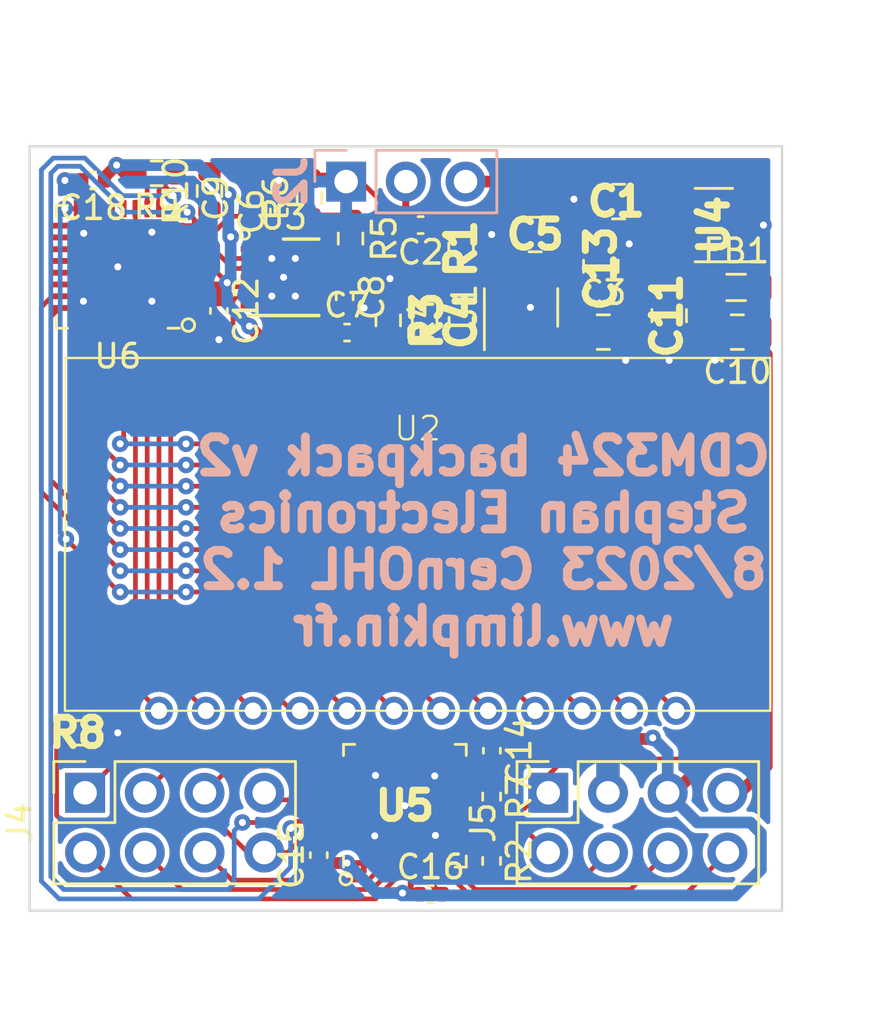
<source format=kicad_pcb>
(kicad_pcb (version 20221018) (generator pcbnew)
  (layers (0 "F.Cu" signal) (31 "B.Cu" signal) (34 "B.Paste" user) (35 "F.Paste" user) (36 "B.SilkS" user "B.Silkscreen") (37 "F.SilkS" user "F.Silkscreen") (38 "B.Mask" user) (39 "F.Mask" user) (44 "Edge.Cuts" user))
  (net 0 "")
  (net 1 "+5V")
  (net 2 "GND")
  (net 3 "VCC")
  (net 4 "Net-(C2-Pad1)")
  (net 5 "Net-(J2-Pin_2)")
  (net 6 "Net-(U1A-+)")
  (net 7 "Net-(C4-Pad1)")
  (net 8 "Net-(U1A--)")
  (net 9 "Net-(U3-CT)")
  (net 10 "Net-(U3-MICIN)")
  (net 11 "+3V3")
  (net 12 "/nRESET")
  (net 13 "/BOOT0")
  (net 14 "/USART2_BL_TX")
  (net 15 "/USART2_BL_RX")
  (net 16 "Net-(U3-BIAS)")
  (net 17 "Net-(U3-CG)")
  (net 18 "Net-(U3-MICBIAS)")
  (net 19 "Net-(U3-TH)")
  (net 20 "Net-(U5-PB0)")
  (net 21 "/DISP_COM1")
  (net 22 "/DISP_COM2")
  (net 23 "/DISP_COM3")
  (net 24 "/DISP_COM4")
  (net 25 "/DISP_5")
  (net 26 "/DISP_6")
  (net 27 "/DISP_7")
  (net 28 "/DISP_8")
  (net 29 "/DISP_9")
  (net 30 "/DISP_10")
  (net 31 "/DISP_11")
  (net 32 "/VOUT")
  (net 33 "/DISP_12")
  (net 43 "unconnected-(U5-PA14-Pad24)")
  (net 44 "/PA15")
  (net 45 "/PB3")
  (net 46 "/PB4")
  (net 47 "/PB5")
  (net 50 "/I2C1_SCL")
  (net 51 "/PF0")
  (net 52 "/I2C1_SDA")
  (net 53 "/PF1")
  (net 54 "Net-(J5-Pin_4)")
  (net 55 "/PA1")
  (net 56 "/PA0")
  (footprint "Capacitor_SMD:C_0805_2012Metric" (layer "F.Cu") (at 108.55 50.85 180)
    (fp_text reference "C1")
    (fp_text value "22uF")
  )
  (footprint "Capacitor_SMD:C_0805_2012Metric" (layer "F.Cu") (at 105 52.25 180)
    (fp_text reference "C5")
    (fp_text value "22uF")
  )
  (footprint "Capacitor_SMD:C_0402_1005Metric" (layer "F.Cu") (at 100.56 80.3)
    (fp_text reference "C16")
    (fp_text value "470nF")
  )
  (footprint "Capacitor_SMD:C_0402_1005Metric" (layer "F.Cu") (at 95.7975 78.6375 90)
    (fp_text reference "C15")
    (fp_text value "470nF")
  )
  (footprint "Resistor_SMD:R_0603_1608Metric" (layer "F.Cu") (at 85.5475 73.4375 180)
    (fp_text reference "R8")
    (fp_text value "4k7")
  )
  (footprint "Package_DFN_QFN:QFN-32-1EP_5x5mm_P0.5mm_EP3.45x3.45mm" (layer "F.Cu") (at 99.46 76.5375 90)
    (fp_text reference "U5")
    (fp_text value "STM32F301K8Ux")
  )
  (footprint "Capacitor_SMD:C_0805_2012Metric" (layer "F.Cu") (at 110.7 55.7 -90)
    (fp_text reference "C11")
    (fp_text value "22uF")
  )
  (footprint "Capacitor_SMD:C_0603_1608Metric" (layer "F.Cu") (at 101.85 55.9125 90)
    (fp_text reference "C4")
    (fp_text value "200p")
  )
  (footprint "Resistor_SMD:R_0603_1608Metric" (layer "F.Cu") (at 100.3 55.9125 90)
    (fp_text reference "R3")
    (fp_text value "130k")
  )
  (footprint "Resistor_SMD:R_0603_1608Metric" (layer "F.Cu") (at 101.85 52.85 90)
    (fp_text reference "R1")
    (fp_text value "4k7")
  )
  (footprint "Capacitor_SMD:C_0402_1005Metric" (layer "F.Cu") (at 103.16 74.2 -90)
    (fp_text reference "C14")
    (fp_text value "470nF")
  )
  (footprint "Capacitor_SMD:C_0805_2012Metric" (layer "F.Cu") (at 107.79375 53.6 90)
    (fp_text reference "C13")
    (fp_text value "22uF")
  )
  (footprint "Package_TO_SOT_SMD:SOT-23-5" (layer "F.Cu") (at 112.6 51.85 180)
    (fp_text reference "U4")
    (fp_text value " NCP163ASN330T1G")
  )
  (footprint "Capacitor_SMD:C_0402_1005Metric" (layer "F.Cu") (at 86.2 49.95 180)
    (fp_text reference "C18")
    (fp_text value "470nF")
  )
  (footprint "Package_DFN_QFN:QFN-32-1EP_5x5mm_P0.5mm_EP3.65x3.65mm" (layer "F.Cu") (at 87.25 53.625 180)
    (fp_text reference "U6")
    (fp_text value "~")
  )
  (footprint "Connector_PinSocket_2.54mm:PinSocket_2x04_P2.54mm_Vertical" (layer "F.Cu") (at 105.5575 75.9875 90)
    (fp_text reference "J5")
    (fp_text value "Conn_02x04_Odd_Even")
  )
  (footprint "Capacitor_SMD:C_0402_1005Metric" (layer "F.Cu") (at 94.1 51.27 90)
    (fp_text reference "C6")
    (fp_text value "470nF")
  )
  (footprint "Capacitor_SMD:C_0805_2012Metric" (layer "F.Cu") (at 107.9 56.4)
    (fp_text reference "C3")
    (fp_text value "22uF")
  )
  (footprint "Capacitor_SMD:C_0402_1005Metric" (layer "F.Cu") (at 100.13 51.85 180)
    (fp_text reference "C2")
    (fp_text value "470nF")
  )
  (footprint "Inductor_SMD:L_0805_2012Metric" (layer "F.Cu") (at 113.55 54.5)
    (fp_text reference "FB1")
    (fp_text value "Ferrite_Bead")
  )
  (footprint "Resistor_SMD:R_0402_1005Metric" (layer "F.Cu") (at 103.15 76.15 -90)
    (fp_text reference "R7")
    (fp_text value "75")
  )
  (footprint "Capacitor_SMD:C_0402_1005Metric" (layer "F.Cu") (at 91.55 55.5 -90)
    (fp_text reference "C12")
    (fp_text value "470nF")
  )
  (footprint "Resistor_SMD:R_0603_1608Metric" (layer "F.Cu") (at 88.9 49.65 180)
    (fp_text reference "R9")
    (fp_text value "4k7")
  )
  (footprint "Resistor_SMD:R_0402_1005Metric" (layer "F.Cu") (at 103.1475 78.8875 -90)
    (fp_text reference "R2")
    (fp_text value "75")
  )
  (footprint "cdm324_v2:TN_DISPLAY" (layer "F.Cu") (at 100 72.5)
    (fp_text reference "U2")
    (fp_text value "~")
  )
  (footprint "Capacitor_SMD:C_0402_1005Metric" (layer "F.Cu") (at 96.9 54.92 -90)
    (fp_text reference "C8")
    (fp_text value "470nF")
  )
  (footprint "Capacitor_SMD:C_0603_1608Metric" (layer "F.Cu") (at 92.85 50.7 90)
    (fp_text reference "C9")
    (fp_text value "2.2uF")
  )
  (footprint "Resistor_SMD:R_0603_1608Metric" (layer "F.Cu") (at 97.15 52.425 -90)
    (fp_text reference "R5")
    (fp_text value "130k")
  )
  (footprint "Package_DFN_QFN:DFN-14-1EP_3x3mm_P0.4mm_EP1.78x2.35mm" (layer "F.Cu") (at 94.3 54.07)
    (fp_text reference "U3")
    (fp_text value "MAX9814")
  )
  (footprint "Package_TO_SOT_SMD:SOT-23-5" (layer "F.Cu") (at 104.4 55.35 90)
    (fp_text reference "U1")
    (fp_text value "LMP7731")
  )
  (footprint "Capacitor_SMD:C_0402_1005Metric" (layer "F.Cu") (at 97 56.42)
    (fp_text reference "C7")
    (fp_text value "470nF")
  )
  (footprint "Resistor_SMD:R_0603_1608Metric" (layer "F.Cu") (at 95.4 50.7 90)
    (fp_text reference "R6")
    (fp_text value "130k")
  )
  (footprint "Capacitor_SMD:C_0805_2012Metric" (layer "F.Cu") (at 113.6 56.4 180)
    (fp_text reference "C10")
    (fp_text value "22uF")
  )
  (footprint "Connector_PinSocket_2.54mm:PinSocket_2x04_P2.54mm_Vertical" (layer "F.Cu") (at 85.8575 75.9875 90)
    (fp_text reference "J4")
    (fp_text value "Conn_02x04_Odd_Even")
  )
  (footprint "Resistor_SMD:R_0603_1608Metric" (layer "F.Cu") (at 98.75 55.9 -90)
    (fp_text reference "R4")
    (fp_text value "4k7")
  )
  (footprint "Resistor_SMD:R_0603_1608Metric" (layer "F.Cu") (at 91.15 50.4 90)
    (fp_text reference "R10")
    (fp_text value "4k7")
  )
  (footprint "Connector_PinHeader_2.54mm:PinHeader_1x03_P2.54mm_Vertical" (layer "B.Cu") (at 96.96 50 -90)
    (fp_text reference "J2")
    (fp_text value "Conn_01x03_Female")
  )
  (gr_circle (center 92.65 52.25) (end 92.85 52.25) (stroke (width 0.12)) (fill none) (layer "F.SilkS"))
  (gr_circle (center 90.25 56.1) (end 90.5 56.2) (stroke (width 0.12)) (fill none) (layer "F.SilkS"))
  (gr_circle (center 96.95 79.65) (end 97.2 79.7) (stroke (width 0.12)) (fill none) (layer "F.SilkS"))
  (gr_line (start 115.5 48.5) (end 115.5 81) (stroke (width 0.1)) (layer "Edge.Cuts"))
  (gr_line (start 83.5 81) (end 83.5 48.5) (stroke (width 0.1)) (layer "Edge.Cuts"))
  (gr_line (start 115.5 81) (end 83.5 81) (stroke (width 0.1)) (layer "Edge.Cuts"))
  (gr_line (start 83.5 48.5) (end 115.5 48.5) (stroke (width 0.1)) (layer "Edge.Cuts"))
  (gr_text "CDM324 backpack v2\nStephan Electronics\n8/2023 CernOHL 1.2\nwww.limpkin.fr\n" (at 102.8 65.3) (layer "B.SilkS") (effects (font (size 1.5 1.5) (thickness 0.375) bold) (justify mirror)))
  (segment (start 112.4875 54.5) (end 110.95 54.5) (width 0.5) (layer "F.Cu") (net 1))
  (segment (start 112.625 51.248528) (end 112.625 51.565) (width 0.5) (layer "F.Cu") (net 1))
  (segment (start 110.95 54.5) (end 110.7 54.75) (width 0.5) (layer "F.Cu") (net 1))
  (segment (start 112.625 51.565) (end 112.625 52.53) (width 0.5) (layer "F.Cu") (net 1))
  (segment (start 112.65 51.223528) (end 112.625 51.248528) (width 0.5) (layer "F.Cu") (net 1))
  (segment (start 109.55 49.65) (end 109.55 50.8) (width 0.5) (layer "F.Cu") (net 1))
  (segment (start 112.895 52.8) (end 113.7 52.8) (width 0.5) (layer "F.Cu") (net 1))
  (segment (start 109.55 50.8) (end 109.5 50.85) (width 0.5) (layer "F.Cu") (net 1))
  (segment (start 112.625 52.53) (end 112.895 52.8) (width 0.5) (layer "F.Cu") (net 1))
  (segment (start 113.7 50.9) (end 112.95 50.9) (width 0.5) (layer "F.Cu") (net 1))
  (segment (start 112.625 50.275) (end 112 49.65) (width 0.5) (layer "F.Cu") (net 1))
  (segment (start 112.65 51.2) (end 112.65 51.223528) (width 0.5) (layer "F.Cu") (net 1))
  (segment (start 112.4875 54.5) (end 112.4875 54.05) (width 0.5) (layer "F.Cu") (net 1))
  (segment (start 112.4875 54.05) (end 113.7375 52.8) (width 0.5) (layer "F.Cu") (net 1))
  (segment (start 112 49.65) (end 109.55 49.65) (width 0.5) (layer "F.Cu") (net 1))
  (segment (start 112.95 50.9) (end 112.65 51.2) (width 0.5) (layer "F.Cu") (net 1))
  (segment (start 103.95 50) (end 102.04 50) (width 0.5) (layer "F.Cu") (net 1))
  (segment (start 104.3 49.65) (end 103.95 50) (width 0.5) (layer "F.Cu") (net 1))
  (segment (start 109.55 49.65) (end 104.3 49.65) (width 0.5) (layer "F.Cu") (net 1))
  (segment (start 112.625 51.565) (end 112.625 50.275) (width 0.5) (layer "F.Cu") (net 1))
  (segment (start 89.725 52.875) (end 88 52.875) (width 0.2) (layer "F.Cu") (net 2))
  (segment (start 98.824466 54.1255) (end 98.8745 54.1255) (width 0.2) (layer "F.Cu") (net 2))
  (segment (start 101.8975 74.7875) (end 101.472652 74.7875) (width 0.2) (layer "F.Cu") (net 2))
  (segment (start 107.6 50.85) (end 107.7 50.75) (width 0.5) (layer "F.Cu") (net 2))
  (segment (start 85.72 49.95) (end 85 49.95) (width 0.5) (layer "F.Cu") (net 2))
  (segment (start 86.335 73.4375) (end 87.2475 73.4375) (width 0.5) (layer "F.Cu") (net 2))
  (segment (start 101.04 80.28) (end 101.04 80.3) (width 0.2) (layer "F.Cu") (net 2))
  (segment (start 96.835 49.875) (end 96.96 50) (width 0.5) (layer "F.Cu") (net 2))
  (segment (start 108.85 56.4) (end 108.85 57.6) (width 0.5) (layer "F.Cu") (net 2))
  (segment (start 113.7 51.85) (end 114.7125 51.85) (width 0.5) (layer "F.Cu") (net 2))
  (segment (start 92.85 49.925) (end 94.075 49.925) (width 0.5) (layer "F.Cu") (net 2))
  (segment (start 100.21 78.975) (end 100.21 79.5) (width 0.25) (layer "F.Cu") (net 2))
  (segment (start 99.46 76.5) (end 98.21 75.25) (width 0.2) (layer "F.Cu") (net 2))
  (segment (start 99.46 76.5375) (end 100.72875 75.26875) (width 0.2) (layer "F.Cu") (net 2))
  (segment (start 98.8745 54.1255) (end 98.95 54.05) (width 0.2) (layer "F.Cu") (net 2))
  (segment (start 96.93 55.37) (end 97.725 55.37) (width 0.5) (layer "F.Cu") (net 2))
  (segment (start 87.25 53.625) (end 87.225 53.625) (width 0.2) (layer "F.Cu") (net 2))
  (segment (start 88 52.875) (end 87.25 53.625) (width 0.2) (layer "F.Cu") (net 2))
  (segment (start 97.4225 78.2375) (end 97.76 78.2375) (width 0.2) (layer "F.Cu") (net 2))
  (segment (start 101.397652 74.8625) (end 101.135 74.8625) (width 0.2) (layer "F.Cu") (net 2))
  (segment (start 99.46 76.5375) (end 99.46 76.5) (width 0.2) (layer "F.Cu") (net 2))
  (segment (start 95.775 54.47) (end 94.7 54.47) (width 0.2) (layer "F.Cu") (net 2))
  (segment (start 94.7 54.47) (end 94.3 54.07) (width 0.2) (layer "F.Cu") (net 2))
  (segment (start 94.3 54.07) (end 94.3 54.37) (width 0.2) (layer "F.Cu") (net 2))
  (segment (start 94.3 54.37) (end 94.8 54.87) (width 0.2) (layer "F.Cu") (net 2))
  (segment (start 98.5 53.801034) (end 98.824466 54.1255) (width 0.2) (layer "F.Cu") (net 2))
  (segment (start 97.3725 78.2875) (end 97.4225 78.2375) (width 0.2) (layer "F.Cu") (net 2))
  (segment (start 87.5 53.875) (end 87.25 53.625) (width 0.2) (layer "F.Cu") (net 2))
  (segment (start 89.725 53.875) (end 87.5 53.875) (width 0.2) (layer "F.Cu") (net 2))
  (segment (start 95.775 54.07) (end 94.3 54.07) (width 0.2) (layer "F.Cu") (net 2))
  (segment (start 94.1 50.79) (end 94.1 49.95) (width 0.5) (layer "F.Cu") (net 2))
  (segment (start 98.5 50.9) (end 98.5 53.801034) (width 0.2) (layer "F.Cu") (net 2))
  (segment (start 99.46 76.5375) (end 98.17875 77.81875) (width 0.2) (layer "F.Cu") (net 2))
  (segment (start 110.7 56.65) (end 110.7 57.6) (width 0.5) (layer "F.Cu") (net 2))
  (segment (start 112.65 56.4) (end 112.65 57.6) (width 0.5) (layer "F.Cu") (net 2))
  (segment (start 97.0225 78.2875) (end 97.3725 78.2875) (width 0.2) (layer "F.Cu") (net 2))
  (segment (start 85.8 52.2) (end 85.9 52.2) (width 0.2) (layer "F.Cu") (net 2))
  (segment (start 101.472652 74.7875) (end 101.397652 74.8625) (width 0.2) (layer "F.Cu") (net 2))
  (segment (start 91.55 55.98) (end 91.55 56.72) (width 0.5) (layer "F.Cu") (net 2))
  (segment (start 88.7 52.175) (end 87.25 53.625) (width 0.2) (layer "F.Cu") (net 2))
  (segment (start 100.21 79.5) (end 101.015 80.305) (width 0.25) (layer "F.Cu") (net 2))
  (segment (start 104.4 56.4875) (end 104.4 55.75) (width 0.5) (layer "F.Cu") (net 2))
  (segment (start 88 51.15) (end 88 52.875) (width 0.2) (layer "F.Cu") (net 2))
  (segment (start 87.225 53.625) (end 85.8 52.2) (width 0.2) (layer "F.Cu") (net 2))
  (segment (start 104.4 55.75) (end 104.8 55.35) (width 0.5) (layer "F.Cu") (net 2))
  (segment (start 92.825 54.07) (end 94.3 54.07) (width 0.2) (layer "F.Cu") (net 2))
  (segment (start 101.015 80.305) (end 101.015 80.33) (width 0.25) (layer "F.Cu") (net 2))
  (segment (start 94.3 53.77) (end 94.8 53.27) (width 0.2) (layer "F.Cu") (net 2))
  (segment (start 99.46 76.5375) (end 99.4975 76.5375) (width 0.2) (layer "F.Cu") (net 2))
  (segment (start 93.4 55.27) (end 93.8 54.87) (width 0.2) (layer "F.Cu") (net 2))
  (segment (start 85.9 52.2) (end 88.9 55.2) (width 0.2) (layer "F.Cu") (net 2))
  (segment (start 88.7 52.15) (end 88.7 52.175) (width 0.2) (layer "F.Cu") (net 2))
  (segment (start 96.9 55.4) (end 96.93 55.37) (width 0.5) (layer "F.Cu") (net 2))
  (segment (start 94.3 54.07) (end 94.3 53.77) (width 0.2) (layer "F.Cu") (net 2))
  (segment (start 95.4 49.875) (end 96.835 49.875) (width 0.5) (layer "F.Cu") (net 2))
  (segment (start 94.075 49.925) (end 94.1 49.95) (width 0.5) (layer "F.Cu") (net 2))
  (segment (start 94.3 54.37) (end 93.8 54.87) (width 0.2) (layer "F.Cu") (net 2))
  (segment (start 87.25 53.625) (end 85.7875 55.0875) (width 0.2) (layer "F.Cu") (net 2))
  (segment (start 103.0525 74.7875) (end 103.16 74.68) (width 0.2) (layer "F.Cu") (net 2))
  (segment (start 100.21 77.2875) (end 99.46 76.5375) (width 0.2) (layer "F.Cu") (net 2))
  (segment (start 97.76 78.2375) (end 98.17875 77.81875) (width 0.2) (layer "F.Cu") (net 2))
  (segment (start 98.5 50.9) (end 97.6 50) (width 0.2) (layer "F.Cu") (net 2))
  (segment (start 101.8975 74.7875) (end 103.0525 74.7875) (width 0.25) (layer "F.Cu") (net 2))
  (segment (start 95.8775 78.2875) (end 95.7475 78.1575) (width 0.2) (layer "F.Cu") (net 2))
  (segment (start 97.0225 78.2875) (end 95.8775 78.2875) (width 0.25) (layer "F.Cu") (net 2))
  (segment (start 101.135 74.8625) (end 100.72875 75.26875) (width 0.2) (layer "F.Cu") (net 2))
  (segment (start 101.015 80.28) (end 101.04 80.28) (width 0.25) (layer "F.Cu") (net 2))
  (segment (start 103.95 52.25) (end 103.15 52.25) (width 0.5) (layer "F.Cu") (net 2))
  (segment (start 107.79375 52.65) (end 109 52.65) (width 0.5) (layer "F.Cu") (net 2))
  (segment (start 99.4975 76.5375) (end 100.76 77.8) (width 0.2) (layer "F.Cu") (net 2))
  (segment (start 92.825 55.27) (end 93.4 55.27) (width 0.2) (layer "F.Cu") (net 2))
  (segment (start 97.6 50) (end 96.96 50) (width 0.2) (layer "F.Cu") (net 2))
  (segment (start 95.775 54.87) (end 95.1 54.87) (width 0.2) (layer "F.Cu") (net 2))
  (segment (start 107.7 50.75) (end 106.65 50.75) (width 0.5) (layer "F.Cu") (net 2))
  (segment (start 85.7875 55.0875) (end 85.6 55.275) (width 0.2) (layer "F.Cu") (net 2))
  (segment (start 95.1 54.87) (end 94.3 54.07) (width 0.2) (layer "F.Cu") (net 2))
  (segment (start 94.3 53.77) (end 93.8 53.27) (width 0.2) (layer "F.Cu") (net 2))
  (segment (start 100.21 78.975) (end 100.21 77.2875) (width 0.2) (layer "F.Cu") (net 2))
  (via (at 100.76 77.8) (size 0.7) (drill 0.3) (layers "F.Cu" "B.Cu") (net 2))
  (via (at 98.17875 77.81875) (size 0.7) (drill 0.3) (layers "F.Cu" "B.Cu") (net 2))
  (via (at 88.7 55.0875) (size 0.7) (drill 0.3) (layers "F.Cu" "B.Cu") (net 2))
  (via (at 97.725 55.37) (size 0.7) (drill 0.3) (layers "F.Cu" "B.Cu") (net 2))
  (via (at 94.8 54.87) (size 0.7) (drill 0.3) (layers "F.Cu" "B.Cu") (net 2))
  (via (at 103.15 52.25) (size 0.7) (drill 0.3) (layers "F.Cu" "B.Cu") (net 2))
  (via (at 108.85 57.6) (size 0.7) (drill 0.3) (layers "F.Cu" "B.Cu") (net 2))
  (via (at 94.1 49.95) (size 0.7) (drill 0.3) (layers "F.Cu" "B.Cu") (net 2))
  (via (at 87.2475 73.4375) (size 0.7) (drill 0.3) (layers "F.Cu" "B.Cu") (net 2))
  (via (at 98.21 75.25) (size 0.7) (drill 0.3) (layers "F.Cu" "B.Cu") (net 2))
  (via (at 85.8 52.2) (size 0.7) (drill 0.3) (layers "F.Cu" "B.Cu") (net 2))
  (via (at 104.8 55.35) (size 0.7) (drill 0.3) (layers "F.Cu" "B.Cu") (net 2))
  (via (at 98.824466 54.1255) (size 0.7) (drill 0.3) (layers "F.Cu" "B.Cu") (net 2))
  (via (at 109 52.65) (size 0.7) (drill 0.3) (layers "F.Cu" "B.Cu") (net 2))
  (via (at 114.7125 51.85) (size 0.7) (drill 0.3) (layers "F.Cu" "B.Cu") (net 2))
  (via (at 88.7 52.15) (size 0.7) (drill 0.3) (layers "F.Cu" "B.Cu") (net 2))
  (via (at 106.65 50.75) (size 0.7) (drill 0.3) (layers "F.Cu" "B.Cu") (net 2))
  (via (at 85 49.95) (size 0.7) (drill 0.3) (layers "F.Cu" "B.Cu") (net 2))
  (via (at 94.8 53.27) (size 0.7) (drill 0.3) (layers "F.Cu" "B.Cu") (net 2))
  (via (at 94.3 54.07) (size 0.7) (drill 0.3) (layers "F.Cu" "B.Cu") (net 2))
  (via (at 87.25 53.625) (size 0.7) (drill 0.3) (layers "F.Cu" "B.Cu") (net 2))
  (via (at 93.8 53.27) (size 0.7) (drill 0.3) (layers "F.Cu" "B.Cu") (net 2))
  (via (at 91.55 56.72) (size 0.7) (drill 0.3) (layers "F.Cu" "B.Cu") (net 2))
  (via (at 93.8 54.87) (size 0.7) (drill 0.3) (layers "F.Cu" "B.Cu") (net 2))
  (via (at 99.46 76.5375) (size 0.7) (drill 0.3) (layers "F.Cu" "B.Cu") (net 2))
  (via (at 85.7875 55.0875) (size 0.7) (drill 0.3) (layers "F.Cu" "B.Cu") (net 2))
  (via (at 110.7 57.6) (size 0.7) (drill 0.3) (layers "F.Cu" "B.Cu") (net 2))
  (via (at 100.72875 75.26875) (size 0.7) (drill 0.3) (layers "F.Cu" "B.Cu") (net 2))
  (via (at 112.65 57.6) (size 0.7) (drill 0.3) (layers "F.Cu" "B.Cu") (net 2))
  (segment (start 108.0975 74.1975) (end 108.05 74.15) (width 0.5) (layer "B.Cu") (net 2))
  (segment (start 108.0975 75.9875) (end 108.0975 74.1975) (width 1) (layer "B.Cu") (net 2))
  (segment (start 114.6125 54.5) (end 114.6125 56.3375) (width 0.5) (layer "F.Cu") (net 3))
  (segment (start 114.85 74.85) (end 114.85 57.35) (width 0.5) (layer "F.Cu") (net 3))
  (segment (start 113.7125 75.9875) (end 114.85 74.85) (width 0.5) (layer "F.Cu") (net 3))
  (segment (start 114.85 57.35) (end 114.55 57.05) (width 0.5) (layer "F.Cu") (net 3))
  (segment (start 113.1775 75.9875) (end 113.7125 75.9875) (width 0.5) (layer "F.Cu") (net 3))
  (segment (start 114.55 57.05) (end 114.55 56.4) (width 0.5) (layer "F.Cu") (net 3))
  (segment (start 114.6125 56.3375) (end 114.55 56.4) (width 0.5) (layer "F.Cu") (net 3))
  (segment (start 101.675 51.85) (end 101.85 52.025) (width 0.3) (layer "F.Cu") (net 4))
  (segment (start 100.61 51.85) (end 101.675 51.85) (width 0.3) (layer "F.Cu") (net 4))
  (segment (start 101.625 52.025) (end 101.85 52.025) (width 0.5) (layer "F.Cu") (net 4))
  (segment (start 99.5 51.7) (end 99.65 51.85) (width 0.3) (layer "F.Cu") (net 5))
  (segment (start 99.5 50) (end 99.5 51.7) (width 0.3) (layer "F.Cu") (net 5))
  (segment (start 105.4375 56.4) (end 105.35 56.4875) (width 0.5) (layer "F.Cu") (net 6))
  (segment (start 98.75 56.725) (end 99.825 57.8) (width 0.3) (layer "F.Cu") (net 6))
  (segment (start 106.95 56.4) (end 105.4375 56.4) (width 0.5) (layer "F.Cu") (net 6))
  (segment (start 104.457107 57.8) (end 105.35 56.907107) (width 0.3) (layer "F.Cu") (net 6))
  (segment (start 99.825 57.8) (end 104.457107 57.8) (width 0.3) (layer "F.Cu") (net 6))
  (segment (start 105.35 56.907107) (end 105.35 56.4875) (width 0.3) (layer "F.Cu") (net 6))
  (segment (start 97.842893 56.307107) (end 97.592893 56.307107) (width 0.2) (layer "F.Cu") (net 7))
  (segment (start 100.3 56.7375) (end 100.3 56.7) (width 0.2) (layer "F.Cu") (net 7))
  (segment (start 101.85 56.6875) (end 103.25 56.6875) (width 0.3) (layer "F.Cu") (net 7))
  (segment (start 100.3 56.7) (end 99.6 56) (width 0.2) (layer "F.Cu") (net 7))
  (segment (start 98.15 56) (end 97.842893 56.307107) (width 0.2) (layer "F.Cu") (net 7))
  (segment (start 100.0875 56.95) (end 100.3 56.7375) (width 0.2) (layer "F.Cu") (net 7))
  (segment (start 103.25 56.6875) (end 103.45 56.4875) (width 0.3) (layer "F.Cu") (net 7))
  (segment (start 97.592893 56.42) (end 97.48 56.42) (width 0.2) (layer "F.Cu") (net 7))
  (segment (start 101.8 56.7375) (end 101.85 56.6875) (width 0.3) (layer "F.Cu") (net 7))
  (segment (start 100.25 56.7375) (end 101.8 56.7375) (width 0.3) (layer "F.Cu") (net 7))
  (segment (start 99.6 56) (end 98.15 56) (width 0.2) (layer "F.Cu") (net 7))
  (segment (start 101.8 55.0875) (end 101.85 55.1375) (width 0.3) (layer "F.Cu") (net 8))
  (segment (start 100.25 55.0875) (end 101.8 55.0875) (width 0.3) (layer "F.Cu") (net 8))
  (segment (start 103.85 55.25) (end 104.8875 54.2125) (width 0.3) (layer "F.Cu") (net 8))
  (segment (start 101.9625 55.25) (end 103.85 55.25) (width 0.3) (layer "F.Cu") (net 8))
  (segment (start 101.85 53.6375) (end 101.85 55.1375) (width 0.3) (layer "F.Cu") (net 8))
  (segment (start 101.85 55.1375) (end 101.9625 55.25) (width 0.3) (layer "F.Cu") (net 8))
  (segment (start 104.8875 54.2125) (end 105.35 54.2125) (width 0.3) (layer "F.Cu") (net 8))
  (segment (start 92.825 52.87) (end 92.8 52.845) (width 0.2) (layer "F.Cu") (net 9))
  (segment (start 93.75 52.45) (end 94.1 52.1) (width 0.2) (layer "F.Cu") (net 9))
  (segment (start 92.825 52.87) (end 93.245 52.45) (width 0.2) (layer "F.Cu") (net 9))
  (segment (start 93.245 52.45) (end 93.75 52.45) (width 0.2) (layer "F.Cu") (net 9))
  (segment (start 94.1 52.1) (end 94.1 51.75) (width 0.2) (layer "F.Cu") (net 9))
  (segment (start 95.775 55.675) (end 96.52 56.42) (width 0.2) (layer "F.Cu") (net 10))
  (segment (start 95.775 55.27) (end 95.775 55.675) (width 0.2) (layer "F.Cu") (net 10))
  (segment (start 89.75 54.35) (end 91.85 54.35) (width 0.2) (layer "F.Cu") (net 11))
  (segment (start 91.55 55.02) (end 91.55 54.65) (width 0.5) (layer "F.Cu") (net 11))
  (segment (start 107.9 57.3) (end 106.65 58.55) (width 0.5) (layer "F.Cu") (net 11))
  (segment (start 102.1 74.1) (end 102.45 73.75) (width 0.2) (layer "F.Cu") (net 11))
  (segment (start 107.9 54.65625) (end 107.9 57.3) (width 0.5) (layer "F.Cu") (net 11))
  (segment (start 96.9975 78.975) (end 97.71 78.975) (width 0.25) (layer "F.Cu") (net 11))
  (segment (start 107.05 54.55) (end 106.45 53.95) (width 0.5) (layer "F.Cu") (net 11))
  (segment (start 103.18 73.7) (end 103.16 73.72) (width 0.5) (layer "F.Cu") (net 11))
  (segment (start 88.5 51.15) (end 88.5 50.075) (width 0.2) (layer "F.Cu") (net 11))
  (segment (start 91.15 49.575) (end 91.15 49.75) (width 0.5) (layer "F.Cu") (net 11))
  (segment (start 103.45 54.2125) (end 103.794975 54.2125) (width 0.5) (layer "F.Cu") (net 11))
  (segment (start 105.75 52.25) (end 106.05 51.95) (width 0.5) (layer "F.Cu") (net 11))
  (segment (start 103.13 73.75) (end 103.16 73.72) (width 0.2) (layer "F.Cu") (net 11))
  (segment (start 105.85 58.55) (end 95.25 58.55) (width 0.5) (layer "F.Cu") (net 11))
  (segment (start 99.71 78.975) (end 99.71 80.23) (width 0.25) (layer "F.Cu") (net 11))
  (segment (start 87.55 49.65) (end 87.2 49.3) (width 0.5) (layer "F.Cu") (net 11))
  (segment (start 113.65 62.75) (end 113.65 73.25) (width 0.5) (layer "F.Cu") (net 11))
  (segment (start 110.9125 75.9875) (end 110.6375 75.9875) (width 0.5) (layer "F.Cu") (net 11))
  (segment (start 92.285 53.27) (end 92.825 53.27) (width 0.2) (layer "F.Cu") (net 11))
  (segment (start 92.825 54.47) (end 92.07 54.47) (width 0.2) (layer "F.Cu") (net 11))
  (segment (start 92.05 53.035) (end 92.285 53.27) (width 0.2) (layer "F.Cu") (net 11))
  (segment (start 105.85 58.55) (end 109.45 58.55) (width 0.5) (layer "F.Cu") (net 11))
  (segment (start 92.07 54.47) (end 91.9 54.3) (width 0.2) (layer "F.Cu") (net 11))
  (segment (start 106.45 53.95) (end 106.45 52.95) (width 0.5) (layer "F.Cu") (net 11))
  (segment (start 89.725 54.875) (end 91.405 54.875) (width 0.2) (layer "F.Cu") (net 11))
  (segment (start 89.725 53.375) (end 90.975 53.375) (width 0.2) (layer "F.Cu") (net 11))
  (segment (start 101.21 74.1) (end 102.1 74.1) (width 0.2) (layer "F.Cu") (net 11))
  (segment (start 107.79375 54.55) (end 107.9 54.65625) (width 0.5) (layer "F.Cu") (net 11))
  (segment (start 113.65 73.25) (end 110.9125 75.9875) (width 0.5) (layer "F.Cu") (net 11))
  (segment (start 105.75 52.264949) (end 105.75 52.25) (width 0.5) (layer "F.Cu") (net 11))
  (segment (start 103.794975 54.2125) (end 104.582475 53.425) (width 0.5) (layer "F.Cu") (net 11))
  (segment (start 108.65 54.55) (end 107.79375 54.55) (width 0.5) (layer "F.Cu") (net 11))
  (segment (start 91.15 49.75) (end 91.95 50.55) (width 0.5) (layer "F.Cu") (net 11))
  (segment (start 95.25 58.55) (end 92.85 56.15) (width 0.5) (layer "F.Cu") (net 11))
  (segment (start 99.71 80.18) (end 99.83 80.3) (width 0.2) (layer "F.Cu") (net 11))
  (segment (start 91.85 54.35) (end 91.9 54.3) (width 0.2) (layer "F.Cu") (net 11))
  (segment (start 86.68 49.95) (end 86.68 49.82) (width 0.5) (layer "F.Cu") (net 11))
  (segment (start 109.45 58.55) (end 113.65 62.75) (width 0.5) (layer "F.Cu") (net 11))
  (segment (start 104.589949 53.425) (end 105.75 52.264949) (width 0.5) (layer "F.Cu") (net 11))
  (segment (start 111.4625 52.8) (end 110.4 52.8) (width 0.5) (layer "F.Cu") (net 11))
  (segment (start 108.08125 54.45) (end 107.99375 54.5375) (width 0.5) (layer "F.Cu") (net 11))
  (segment (start 106.65 58.55) (end 105.85 58.55) (width 0.5) (layer "F.Cu") (net 11))
  (segment (start 96.9975 78.975) (end 95.89 78.975) (width 0.5) (layer "F.Cu") (net 11))
  (segment (start 89.725 54.375) (end 89.75 54.35) (width 0.2) (layer "F.Cu") (net 11))
  (segment (start 110 73.65) (end 109.95 73.7) (width 0.5) (layer "F.Cu") (net 11))
  (segment (start 107.79375 54.55) (end 107.05 54.55) (width 0.5) (layer "F.Cu") (net 11))
  (segment (start 95.89 78.975) (end 95.7475 79.1175) (width 0.2) (layer "F.Cu") (net 11))
  (segment (start 90.975 53.375) (end 91.9 54.3) (width 0.2) (layer "F.Cu") (net 11))
  (segment (start 88.5 50.075) (end 88.075 49.65) (width 0.2) (layer "F.Cu") (net 11))
  (segment (start 86.68 49.82) (end 87.2 49.3) (width 0.5) (layer "F.Cu") (net 11))
  (segment (start 100.08 80.3) (end 99.41 80.3) (width 0.5) (layer "F.Cu") (net 11))
  (segment (start 109.95 73.7) (end 103.18 73.7) (width 0.5) (layer "F.Cu") (net 11))
  (segment (start 110.4 52.8) (end 108.65 54.55) (width 0.5) (layer "F.Cu") (net 11))
  (segment (start 99.41 80.3) (end 99.36 80.25) (width 0.2) (layer "F.Cu") (net 11))
  (segment (start 102.45 73.75) (end 103.13 73.75) (width 0.2) (layer "F.Cu") (net 11))
  (segment (start 88.075 49.65) (end 87.55 49.65) (width 0.5) (layer "F.Cu") (net 11))
  (segment (start 106.45 52.95) (end 105.75 52.25) (width 0.5) (layer "F.Cu") (net 11))
  (segment (start 91.55 54.65) (end 91.9 54.3) (width 0.5) (layer "F.Cu") (net 11))
  (segment (start 104.582475 53.425) (end 104.589949 53.425) (width 0.5) (layer "F.Cu") (net 11))
  (segment (start 91.405 54.875) (end 91.55 55.02) (width 0.2) (layer "F.Cu") (net 11))
  (segment (start 92.05 52.35) (end 92.05 53.035) (width 0.2) (layer "F.Cu") (net 11))
  (via (at 92.85 56.15) (size 0.7) (drill 0.3) (layers "F.Cu" "B.Cu") (net 11))
  (via (at 92.05 52.35) (size 0.7) (drill 0.3) (layers "F.Cu" "B.Cu") (net 11))
  (via (at 87.2 49.3) (size 0.7) (drill 0.3) (layers "F.Cu" "B.Cu") (net 11))
  (via (at 91.9 54.3) (size 0.7) (drill 0.3) (layers "F.Cu" "B.Cu") (net 11))
  (via (at 91.95 50.55) (size 0.7) (drill 0.3) (layers "F.Cu" "B.Cu") (net 11))
  (via (at 96.9975 78.975) (size 0.7) (drill 0.3) (layers "F.Cu" "B.Cu") (net 11))
  (via (at 110 73.65) (size 0.7) (drill 0.3) (layers "F.Cu" "B.Cu") (net 11))
  (via (at 99.36 80.25) (size 0.7) (drill 0.3) (layers "F.Cu" "B.Cu") (net 11))
  (segment (start 98.2725 80.25) (end 96.9975 78.975) (width 0.5) (layer "B.Cu") (net 11))
  (segment (start 90.7 49.3) (end 91.95 50.55) (width 0.5) (layer "B.Cu") (net 11))
  (segment (start 91.9 54.3) (end 91.9 55.2) (width 0.5) (layer "B.Cu") (net 11))
  (segment (start 110.6375 75.9875) (end 111.9 77.25) (width 0.5) (layer "B.Cu") (net 11))
  (segment (start 91.9 55.2) (end 92.85 56.15) (width 0.5) (layer "B.Cu") (net 11))
  (segment (start 110.6375 75.9875) (end 110.6375 74.2875) (width 0.5) (layer "B.Cu") (net 11))
  (segment (start 114.6 77.7) (end 114.6 79.25) (width 0.5) (layer "B.Cu") (net 11))
  (segment (start 99.36 80.25) (end 98.2725 80.25) (width 0.5) (layer "B.Cu") (net 11))
  (segment (start 111.9 77.25) (end 114.15 77.25) (width 0.5) (layer "B.Cu") (net 11))
  (segment (start 92.85 56.15) (end 92.8 56.15) (width 0.5) (layer "B.Cu") (net 11))
  (segment (start 114.6 79.25) (end 113.5 80.35) (width 0.5) (layer "B.Cu") (net 11))
  (segment (start 87.2 49.3) (end 90.7 49.3) (width 0.5) (layer "B.Cu") (net 11))
  (segment (start 99.46 80.35) (end 99.36 80.25) (width 0.5) (layer "B.Cu") (net 11))
  (segment (start 114.15 77.25) (end 114.6 77.7) (width 0.5) (layer "B.Cu") (net 11))
  (segment (start 92.05 52.35) (end 92.05 54.15) (width 0.5) (layer "B.Cu") (net 11))
  (segment (start 91.95 52.25) (end 92.05 52.35) (width 0.5) (layer "B.Cu") (net 11))
  (segment (start 110.6375 74.2875) (end 110 73.65) (width 0.5) (layer "B.Cu") (net 11))
  (segment (start 92.05 54.15) (end 91.9 54.3) (width 0.5) (layer "B.Cu") (net 11))
  (segment (start 91.95 50.55) (end 91.95 52.25) (width 0.5) (layer "B.Cu") (net 11))
  (segment (start 113.5 80.35) (end 99.46 80.35) (width 0.5) (layer "B.Cu") (net 11))
  (segment (start 99.21 78.975) (end 99.21 79.5) (width 0.2) (layer "F.Cu") (net 12))
  (segment (start 98.21 80.5) (end 87.83 80.5) (width 0.2) (layer "F.Cu") (net 12))
  (segment (start 87.83 80.5) (end 85.8575 78.5275) (width 0.2) (layer "F.Cu") (net 12))
  (segment (start 99.21 79.5) (end 98.21 80.5) (width 0.2) (layer "F.Cu") (net 12))
  (segment (start 94.4725 78.5275) (end 93.4775 78.5275) (width 0.2) (layer "F.Cu") (net 13))
  (segment (start 84.6475 76.95) (end 84.9475 77.25) (width 0.2) (layer "F.Cu") (net 13))
  (segment (start 95.4 77.6) (end 94.4725 78.5275) (width 0.2) (layer "F.Cu") (net 13))
  (segment (start 84.7225 73.4375) (end 84.6475 73.5125) (width 0.2) (layer "F.Cu") (net 13))
  (segment (start 92.7775 78.5275) (end 93.4775 78.5275) (width 0.2) (layer "F.Cu") (net 13))
  (segment (start 84.9475 77.25) (end 91.5 77.25) (width 0.2) (layer "F.Cu") (net 13))
  (segment (start 96.3475 77.7875) (end 96.16 77.6) (width 0.2) (layer "F.Cu") (net 13))
  (segment (start 84.6475 73.5125) (end 84.6475 76.95) (width 0.2) (layer "F.Cu") (net 13))
  (segment (start 96.16 77.6) (end 95.4 77.6) (width 0.2) (layer "F.Cu") (net 13))
  (segment (start 97.0225 77.7875) (end 96.3475 77.7875) (width 0.2) (layer "F.Cu") (net 13))
  (segment (start 84.7225 73.4375) (end 84.9975 73.4375) (width 0.2) (layer "F.Cu") (net 13))
  (segment (start 91.5 77.25) (end 92.7775 78.5275) (width 0.2) (layer "F.Cu") (net 13))
  (segment (start 103.0575 78.2875) (end 103.1475 78.3775) (width 0.2) (layer "F.Cu") (net 14))
  (segment (start 101.8975 78.2875) (end 103.0575 78.2875) (width 0.2) (layer "F.Cu") (net 14))
  (segment (start 101.8975 77.7875) (end 104.8175 77.7875) (width 0.2) (layer "F.Cu") (net 15))
  (segment (start 104.8175 77.7875) (end 105.5575 78.5275) (width 0.2) (layer "F.Cu") (net 15))
  (segment (start 96.9 54.27) (end 96.9 54.44) (width 0.2) (layer "F.Cu") (net 16))
  (segment (start 96.3 53.67) (end 96.9 54.27) (width 0.2) (layer "F.Cu") (net 16))
  (segment (start 95.775 53.67) (end 96.3 53.67) (width 0.2) (layer "F.Cu") (net 16))
  (segment (start 92.145 53.695) (end 91.4 52.95) (width 0.2) (layer "F.Cu") (net 17))
  (segment (start 92.825 53.67) (end 92.825 53.675) (width 0.2) (layer "F.Cu") (net 17))
  (segment (start 92.825 53.675) (end 92.805 53.695) (width 0.2) (layer "F.Cu") (net 17))
  (segment (start 92.025 51.475) (end 92.85 51.475) (width 0.2) (layer "F.Cu") (net 17))
  (segment (start 91.4 52.1) (end 92.025 51.475) (width 0.2) (layer "F.Cu") (net 17))
  (segment (start 92.805 53.695) (end 92.145 53.695) (width 0.2) (layer "F.Cu") (net 17))
  (segment (start 91.4 52.95) (end 91.4 52.1) (width 0.2) (layer "F.Cu") (net 17))
  (segment (start 98.725 55.075) (end 98.75 55.075) (width 0.3) (layer "F.Cu") (net 18))
  (segment (start 97.15 53.25) (end 97.15 53.32) (width 0.3) (layer "F.Cu") (net 18))
  (segment (start 97.15 53.25) (end 97.15 53.5) (width 0.3) (layer "F.Cu") (net 18))
  (segment (start 97.15 53.5) (end 98.725 55.075) (width 0.3) (layer "F.Cu") (net 18))
  (segment (start 95.775 53.27) (end 97.13 53.27) (width 0.2) (layer "F.Cu") (net 18))
  (segment (start 97.13 53.27) (end 97.15 53.25) (width 0.2) (layer "F.Cu") (net 18))
  (segment (start 95.775 51.57) (end 95.675 51.47) (width 0.2) (layer "F.Cu") (net 19))
  (segment (start 95.775 52.87) (end 95.775 51.57) (width 0.2) (layer "F.Cu") (net 19))
  (segment (start 95.675 51.47) (end 97.02 51.47) (width 0.3) (layer "F.Cu") (net 19))
  (segment (start 97.02 51.47) (end 97.15 51.6) (width 0.2) (layer "F.Cu") (net 19))
  (segment (start 101.8975 75.2875) (end 102.7975 75.2875) (width 0.2) (layer "F.Cu") (net 20))
  (segment (start 102.7975 75.2875) (end 103.15 75.64) (width 0.2) (layer "F.Cu") (net 20))
  (segment (start 88 56.1) (end 88 71.5) (width 0.2) (layer "F.Cu") (net 21))
  (segment (start 88 71.5) (end 89 72.5) (width 0.2) (layer "F.Cu") (net 21))
  (segment (start 88.5 56.1) (end 88.5 70) (width 0.2) (layer "F.Cu") (net 22))
  (segment (start 88.5 70) (end 91 72.5) (width 0.2) (layer "F.Cu") (net 22))
  (segment (start 89 68.5) (end 93 72.5) (width 0.2) (layer "F.Cu") (net 23))
  (segment (start 89 66.3) (end 89 68.5) (width 0.2) (layer "F.Cu") (net 23))
  (segment (start 89 56.1) (end 89 66.3) (width 0.2) (layer "F.Cu") (net 23))
  (segment (start 89 66.3) (end 89 66.35) (width 0.2) (layer "F.Cu") (net 23))
  (segment (start 94.65 72.5) (end 95 72.5) (width 0.2) (layer "F.Cu") (net 24))
  (segment (start 92 69.85) (end 94.65 72.5) (width 0.2) (layer "F.Cu") (net 24))
  (segment (start 89.5 68) (end 91.35 69.85) (width 0.2) (layer "F.Cu") (net 24))
  (segment (start 89.725 55.375) (end 89.5 55.6) (width 0.2) (layer "F.Cu") (net 24))
  (segment (start 89.5 55.6) (end 89.5 68) (width 0.2) (layer "F.Cu") (net 24))
  (segment (start 91.35 69.85) (end 92 69.85) (width 0.2) (layer "F.Cu") (net 24))
  (segment (start 85.05 65.2) (end 87.3 67.45) (width 0.2) (layer "F.Cu") (net 25))
  (segment (start 91.95 67.45) (end 97 72.5) (width 0.2) (layer "F.Cu") (net 25))
  (segment (start 85.5 51.15) (end 85 51.15) (width 0.2) (layer "F.Cu") (net 25))
  (segment (start 90.15 67.45) (end 91.95 67.45) (width 0.2) (layer "F.Cu") (net 25))
  (via (at 85 51.15) (size 0.7) (drill 0.3) (layers "F.Cu" "B.Cu") (net 25))
  (via (at 87.35 67.45) (size 0.7) (drill 0.3) (layers "F.Cu" "B.Cu") (net 25))
  (via (at 85.05 65.2) (size 0.7) (drill 0.3) (layers "F.Cu" "B.Cu") (net 25))
  (via (at 90.15 67.45) (size 0.7) (drill 0.3) (layers "F.Cu" "B.Cu") (net 25))
  (segment (start 85 51.15) (end 84.8 51.35) (width 0.2) (layer "B.Cu") (net 25))
  (segment (start 87.3 67.45) (end 87.35 67.45) (width 0.2) (layer "B.Cu") (net 25))
  (segment (start 84.8 64.95) (end 85.05 65.2) (width 0.2) (layer "B.Cu") (net 25))
  (segment (start 87.35 67.45) (end 90.15 67.45) (width 0.2) (layer "B.Cu") (net 25))
  (segment (start 84.8 51.35) (end 84.8 64.95) (width 0.2) (layer "B.Cu") (net 25))
  (segment (start 90.15 66.55) (end 93.05 66.55) (width 0.2) (layer "F.Cu") (net 26))
  (segment (start 84 55.333058) (end 84 63.2) (width 0.2) (layer "F.Cu") (net 26))
  (segment (start 84.458058 54.875) (end 84 55.333058) (width 0.2) (layer "F.Cu") (net 26))
  (segment (start 84.775 54.875) (end 84.458058 54.875) (width 0.2) (layer "F.Cu") (net 26))
  (segment (start 84 63.2) (end 87.35 66.55) (width 0.2) (layer "F.Cu") (net 26))
  (segment (start 93.05 66.55) (end 99 72.5) (width 0.2) (layer "F.Cu") (net 26))
  (via (at 90.15 66.55) (size 0.7) (drill 0.3) (layers "F.Cu" "B.Cu") (net 26))
  (via (at 87.35 66.55) (size 0.7) (drill 0.3) (layers "F.Cu" "B.Cu") (net 26))
  (segment (start 87.35 66.55) (end 90.15 66.55) (width 0.2) (layer "B.Cu") (net 26))
  (segment (start 84.4 55.75) (end 84.4 62.7) (width 0.2) (layer "F.Cu") (net 27))
  (segment (start 84.4 62.7) (end 87.35 65.65) (width 0.2) (layer "F.Cu") (net 27))
  (segment (start 84.775 55.375) (end 84.4 55.75) (width 0.2) (layer "F.Cu") (net 27))
  (segment (start 94.15 65.65) (end 101 72.5) (width 0.2) (layer "F.Cu") (net 27))
  (segment (start 90.15 65.65) (end 94.15 65.65) (width 0.2) (layer "F.Cu") (net 27))
  (via (at 90.15 65.65) (size 0.7) (drill 0.3) (layers "F.Cu" "B.Cu") (net 27))
  (via (at 87.35 65.65) (size 0.7) (drill 0.3) (layers "F.Cu" "B.Cu") (net 27))
  (segment (start 87.35 65.65) (end 90.15 65.65) (width 0.2) (layer "B.Cu") (net 27))
  (segment (start 90.15 64.75) (end 95.25 64.75) (width 0.2) (layer "F.Cu") (net 28))
  (segment (start 95.25 64.75) (end 103 72.5) (width 0.2) (layer "F.Cu") (net 28))
  (segment (start 85.5 56.1) (end 85.5 62.9) (width 0.2) (layer "F.Cu") (net 28))
  (segment (start 85.5 62.9) (end 87.35 64.75) (width 0.2) (layer "F.Cu") (net 28))
  (via (at 87.35 64.75) (size 0.7) (drill 0.3) (layers "F.Cu" "B.Cu") (net 28))
  (via (at 90.15 64.75) (size 0.7) (drill 0.3) (layers "F.Cu" "B.Cu") (net 28))
  (segment (start 87.35 64.75) (end 90.15 64.75) (width 0.2) (layer "B.Cu") (net 28))
  (segment (start 86 58.85) (end 85.9 58.95) (width 0.2) (layer "F.Cu") (net 29))
  (segment (start 96.35 63.85) (end 105 72.5) (width 0.2) (layer "F.Cu") (net 29))
  (segment (start 85.9 58.95) (end 85.9 62.4) (width 0.2) (layer "F.Cu") (net 29))
  (segment (start 90.15 63.85) (end 96.35 63.85) (width 0.2) (layer "F.Cu") (net 29))
  (segment (start 86 56.1) (end 86 58.85) (width 0.2) (layer "F.Cu") (net 29))
  (segment (start 85.9 62.4) (end 87.35 63.85) (width 0.2) (layer "F.Cu") (net 29))
  (via (at 90.15 63.85) (size 0.7) (drill 0.3) (layers "F.Cu" "B.Cu") (net 29))
  (via (at 87.35 63.85) (size 0.7) (drill 0.3) (layers "F.Cu" "B.Cu") (net 29))
  (segment (start 87.35 63.85) (end 90.15 63.85) (width 0.2) (layer "B.Cu") (net 29))
  (segment (start 86.3 59.7) (end 86.3 61.9) (width 0.2) (layer "F.Cu") (net 30))
  (segment (start 97.45 62.95) (end 107 72.5) (width 0.2) (layer "F.Cu") (net 30))
  (segment (start 90.15 62.95) (end 97.45 62.95) (width 0.2) (layer "F.Cu") (net 30))
  (segment (start 86.3 61.9) (end 87.35 62.95) (width 0.2) (layer "F.Cu") (net 30))
  (segment (start 86.5 59.5) (end 86.3 59.7) (width 0.2) (layer "F.Cu") (net 30))
  (segment (start 86.5 56.1) (end 86.5 59.5) (width 0.2) (layer "F.Cu") (net 30))
  (via (at 87.35 62.95) (size 0.7) (drill 0.3) (layers "F.Cu" "B.Cu") (net 30))
  (via (at 90.15 62.95) (size 0.7) (drill 0.3) (layers "F.Cu" "B.Cu") (net 30))
  (segment (start 87.35 62.95) (end 90.15 62.95) (width 0.2) (layer "B.Cu") (net 30))
  (segment (start 86.7 60.35) (end 86.7 61.4) (width 0.2) (layer "F.Cu") (net 31))
  (segment (start 98.55 62.05) (end 109 72.5) (width 0.2) (layer "F.Cu") (net 31))
  (segment (start 87 56.1) (end 87 60.05) (width 0.2) (layer "F.Cu") (net 31))
  (segment (start 86.7 61.4) (end 87.35 62.05) (width 0.2) (layer "F.Cu") (net 31))
  (segment (start 90.15 62.05) (end 98.55 62.05) (width 0.2) (layer "F.Cu") (net 31))
  (segment (start 87 60.05) (end 86.7 60.35) (width 0.2) (layer "F.Cu") (net 31))
  (via (at 90.15 62.05) (size 0.7) (drill 0.3) (layers "F.Cu" "B.Cu") (net 31))
  (via (at 87.35 62.05) (size 0.7) (drill 0.3) (layers "F.Cu" "B.Cu") (net 31))
  (segment (start 87.35 62.05) (end 90.15 62.05) (width 0.2) (layer "B.Cu") (net 31))
  (segment (start 105.5575 75.2425) (end 105.5575 75.9875) (width 0.2) (layer "F.Cu") (net 32))
  (segment (start 106.25 74.55) (end 105.5575 75.2425) (width 0.2) (layer "F.Cu") (net 32))
  (segment (start 104.54 76.66) (end 105.2125 75.9875) (width 0.2) (layer "F.Cu") (net 32))
  (segment (start 92.15 57.5) (end 94.5 59.85) (width 0.2) (layer "F.Cu") (net 32))
  (segment (start 112.55 73.1) (end 111.1 74.55) (width 0.2) (layer "F.Cu") (net 32))
  (segment (start 107.2 59.85) (end 112.55 65.2) (width 0.2) (layer "F.Cu") (net 32))
  (segment (start 92.15 55.05) (end 92.15 57.5) (width 0.2) (layer "F.Cu") (net 32))
  (segment (start 112.55 65.2) (end 112.55 73.1) (width 0.2) (layer "F.Cu") (net 32))
  (segment (start 92.33 54.87) (end 92.15 55.05) (width 0.2) (layer "F.Cu") (net 32))
  (segment (start 111.1 74.55) (end 106.25 74.55) (width 0.2) (layer "F.Cu") (net 32))
  (segment (start 105.2125 75.9875) (end 105.5575 75.9875) (width 0.2) (layer "F.Cu") (net 32))
  (segment (start 92.825 54.87) (end 92.33 54.87) (width 0.2) (layer "F.Cu") (net 32))
  (segment (start 103.15 76.66) (end 104.54 76.66) (width 0.2) (layer "F.Cu") (net 32))
  (segment (start 94.5 59.85) (end 107.2 59.85) (width 0.2) (layer "F.Cu") (net 32))
  (segment (start 99.65 61.15) (end 111 72.5) (width 0.2) (layer "F.Cu") (net 33))
  (segment (start 87.5 56.1) (end 87.5 61) (width 0.2) (layer "F.Cu") (net 33))
  (segment (start 90.15 61.15) (end 99.65 61.15) (width 0.2) (layer "F.Cu") (net 33))
  (segment (start 87.5 61) (end 87.35 61.15) (width 0.2) (layer "F.Cu") (net 33))
  (via (at 90.15 61.15) (size 0.7) (drill 0.3) (layers "F.Cu" "B.Cu") (net 33))
  (via (at 87.35 61.15) (size 0.7) (drill 0.3) (layers "F.Cu" "B.Cu") (net 33))
  (segment (start 87.35 61.15) (end 90.15 61.15) (width 0.2) (layer "B.Cu") (net 33))
  (segment (start 97.71 74.05) (end 97.71 74.1) (width 0.2) (layer "F.Cu") (net 43))
  (segment (start 97.0225 74.7875) (end 95.0475 74.7875) (width 0.2) (layer "F.Cu") (net 44))
  (segment (start 94.31 74.05) (end 87.795 74.05) (width 0.2) (layer "F.Cu") (net 44))
  (segment (start 95.0475 74.7875) (end 94.31 74.05) (width 0.2) (layer "F.Cu") (net 44))
  (segment (start 87.795 74.05) (end 85.8575 75.9875) (width 0.2) (layer "F.Cu") (net 44))
  (segment (start 89.935 74.45) (end 88.3975 75.9875) (width 0.2) (layer "F.Cu") (net 45))
  (segment (start 97.0225 75.2875) (end 94.9975 75.2875) (width 0.2) (layer "F.Cu") (net 45))
  (segment (start 94.9975 75.2875) (end 94.16 74.45) (width 0.2) (layer "F.Cu") (net 45))
  (segment (start 94.16 74.45) (end 89.935 74.45) (width 0.2) (layer "F.Cu") (net 45))
  (segment (start 92.075 74.85) (end 90.9375 75.9875) (width 0.2) (layer "F.Cu") (net 46))
  (segment (start 94.9475 75.7875) (end 94.01 74.85) (width 0.2) (layer "F.Cu") (net 46))
  (segment (start 94.01 74.85) (end 92.075 74.85) (width 0.2) (layer "F.Cu") (net 46))
  (segment (start 97.0225 75.7875) (end 94.9475 75.7875) (width 0.2) (layer "F.Cu") (net 46))
  (segment (start 93.7775 76.2875) (end 93.4775 75.9875) (width 0.2) (layer "F.Cu") (net 47))
  (segment (start 97.0225 76.2875) (end 93.7775 76.2875) (width 0.2) (layer "F.Cu") (net 47))
  (segment (start 94.3625 76.7875) (end 93.9 77.25) (width 0.2) (layer "F.Cu") (net 50))
  (segment (start 97.0225 76.7875) (end 94.3625 76.7875) (width 0.2) (layer "F.Cu") (net 50))
  (segment (start 90.5 51.6) (end 90.2 51.3) (width 0.2) (layer "F.Cu") (net 50))
  (segment (start 93.9 77.25) (end 92.55 77.25) (width 0.2) (layer "F.Cu") (net 50))
  (segment (start 89.725 51.875) (end 90.5 51.875) (width 0.2) (layer "F.Cu") (net 50))
  (segment (start 90.5 51.875) (end 90.5 51.6) (width 0.2) (layer "F.Cu") (net 50))
  (segment (start 90.5 51.875) (end 91.15 51.225) (width 0.2) (layer "F.Cu") (net 50))
  (via (at 90.2 51.3) (size 0.7) (drill 0.3) (layers "F.Cu" "B.Cu") (net 50))
  (via (at 92.55 77.25) (size 0.7) (drill 0.3) (layers "F.Cu" "B.Cu") (net 50))
  (segment (start 85.65 49.35) (end 87.6 51.3) (width 0.2) (layer "B.Cu") (net 50))
  (segment (start 84.95 80.1) (end 84.4 79.55) (width 0.2) (layer "B.Cu") (net 50))
  (segment (start 91.95 80.1) (end 84.95 80.1) (width 0.2) (layer "B.Cu") (net 50))
  (segment (start 92.2 77.6) (end 92.2 79.85) (width 0.2) (layer "B.Cu") (net 50))
  (segment (start 92.2 79.85) (end 91.95 80.1) (width 0.2) (layer "B.Cu") (net 50))
  (segment (start 92.55 77.25) (end 92.2 77.6) (width 0.2) (layer "B.Cu") (net 50))
  (segment (start 87.6 51.3) (end 90.2 51.3) (width 0.2) (layer "B.Cu") (net 50))
  (segment (start 84.4 79.55) (end 84.4 49.65) (width 0.2) (layer "B.Cu") (net 50))
  (segment (start 84.7 49.35) (end 85.65 49.35) (width 0.2) (layer "B.Cu") (net 50))
  (segment (start 84.4 49.65) (end 84.7 49.35) (width 0.2) (layer "B.Cu") (net 50))
  (segment (start 98.21 79.4) (end 97.91 79.7) (width 0.2) (layer "F.Cu") (net 51))
  (segment (start 97.91 79.7) (end 92.11 79.7) (width 0.2) (layer "F.Cu") (net 51))
  (segment (start 98.21 78.975) (end 98.21 79.4) (width 0.2) (layer "F.Cu") (net 51))
  (segment (start 92.11 79.7) (end 90.9375 78.5275) (width 0.2) (layer "F.Cu") (net 51))
  (segment (start 89 50.375) (end 89.2125 50.1625) (width 0.2) (layer "F.Cu") (net 52))
  (segment (start 94.9 77.2) (end 94.6 77.5) (width 0.2) (layer "F.Cu") (net 52))
  (segment (start 89.6 50.55) (end 89.6 50.6) (width 0.2) (layer "F.Cu") (net 52))
  (segment (start 96.35 77.25) (end 96.3 77.2) (width 0.2) (layer "F.Cu") (net 52))
  (segment (start 97.0225 77.2875) (end 96.3875 77.2875) (width 0.2) (layer "F.Cu") (net 52))
  (segment (start 96.3 77.2) (end 96.15 77.2) (width 0.2) (layer "F.Cu") (net 52))
  (segment (start 96.3875 77.2875) (end 96.35 77.25) (width 0.2) (layer "F.Cu") (net 52))
  (segment (start 89 51.15) (end 89 50.375) (width 0.2) (layer "F.Cu") (net 52))
  (segment (start 89.2125 50.1625) (end 89.6 50.55) (width 0.2) (layer "F.Cu") (net 52))
  (segment (start 89.2125 50.1625) (end 89.725 49.65) (width 0.2) (layer "F.Cu") (net 52))
  (segment (start 96.15 77.2) (end 94.9 77.2) (width 0.2) (layer "F.Cu") (net 52))
  (via (at 94.6 77.5) (size 0.7) (drill 0.3) (layers "F.Cu" "B.Cu") (net 52))
  (via (at 89.6 50.6) (size 0.7) (drill 0.3) (layers "F.Cu" "B.Cu") (net 52))
  (segment (start 87.45 50.6) (end 89.6 50.6) (width 0.2) (layer "B.Cu") (net 52))
  (segment (start 94.6 77.5) (end 94.6 79.15) (width 0.2) (layer "B.Cu") (net 52))
  (segment (start 84.5 49) (end 85.85 49) (width 0.2) (layer "B.Cu") (net 52))
  (segment (start 85.85 49) (end 87.45 50.6) (width 0.2) (layer "B.Cu") (net 52))
  (segment (start 84 79.747487) (end 84 49.5) (width 0.2) (layer "B.Cu") (net 52))
  (segment (start 84.752513 80.5) (end 84 79.747487) (width 0.2) (layer "B.Cu") (net 52))
  (segment (start 84 49.5) (end 84.5 49) (width 0.2) (layer "B.Cu") (net 52))
  (segment (start 93.25 80.5) (end 84.752513 80.5) (width 0.2) (layer "B.Cu") (net 52))
  (segment (start 94.6 79.15) (end 93.25 80.5) (width 0.2) (layer "B.Cu") (net 52))
  (segment (start 89.97 80.1) (end 88.3975 78.5275) (width 0.2) (layer "F.Cu") (net 53))
  (segment (start 98.06 80.1) (end 89.97 80.1) (width 0.2) (layer "F.Cu") (net 53))
  (segment (start 98.71 79.45) (end 98.06 80.1) (width 0.2) (layer "F.Cu") (net 53))
  (segment (start 98.71 78.975) (end 98.71 79.45) (width 0.2) (layer "F.Cu") (net 53))
  (segment (start 103.1475 79.3975) (end 103.45 79.7) (width 0.2) (layer "F.Cu") (net 54))
  (segment (start 106.9475 79.7) (end 108.0975 78.55) (width 0.2) (layer "F.Cu") (net 54))
  (segment (start 108.0975 78.55) (end 108.0975 78.5275) (width 0.2) (layer "F.Cu") (net 54))
  (segment (start 103.45 79.7) (end 106.9475 79.7) (width 0.2) (layer "F.Cu") (net 54))
  (segment (start 102.46 80.1) (end 109.05625 80.1) (width 0.2) (layer "F.Cu") (net 55))
  (segment (start 101.335 78.975) (end 102.46 80.1) (width 0.2) (layer "F.Cu") (net 55))
  (segment (start 110.62875 78.5275) (end 110.6375 78.5275) (width 0.2) (layer "F.Cu") (net 55))
  (segment (start 109.05625 80.1) (end 110.62875 78.5275) (width 0.2) (layer "F.Cu") (net 55))
  (segment (start 101.21 78.975) (end 101.335 78.975) (width 0.2) (layer "F.Cu") (net 55))
  (segment (start 101.565026 79.7) (end 102.365026 80.5) (width 0.2) (layer "F.Cu") (net 56))
  (segment (start 113.17 78.5275) (end 113.1775 78.5275) (width 0.2) (layer "F.Cu") (net 56))
  (segment (start 111.1975 80.5) (end 113.17 78.5275) (width 0.2) (layer "F.Cu") (net 56))
  (segment (start 102.365026 80.5) (end 111.1975 80.5) (width 0.2) (layer "F.Cu") (net 56))
  (segment (start 100.71 78.975) (end 100.71 79.41) (width 0.2) (layer "F.Cu") (net 56))
  (segment (start 100.71 79.41) (end 101 79.7) (width 0.2) (layer "F.Cu") (net 56))
  (segment (start 101 79.7) (end 101.565026 79.7) (width 0.2) (layer "F.Cu") (net 56))
  (zone (net 2) (net_name "GND") (layer "B.Cu") (connect_pads (clearance 0.2)) (min_thickness 0.2) (fill yes (thermal_gap 0.5) (thermal_bridge_width 0.5))
    (polygon (pts (xy 84 80.5) (xy 115 80.5) (xy 115 49) (xy 84 49)))
  )
)
</source>
